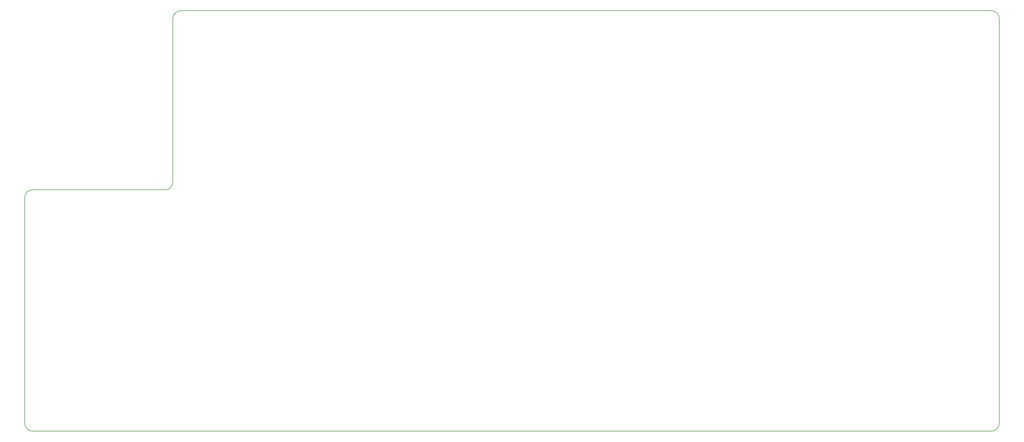
<source format=gm1>
G04 #@! TF.GenerationSoftware,KiCad,Pcbnew,8.0.7*
G04 #@! TF.CreationDate,2025-01-27T21:14:37+01:00*
G04 #@! TF.ProjectId,Main,4d61696e-2e6b-4696-9361-645f70636258,rev?*
G04 #@! TF.SameCoordinates,Original*
G04 #@! TF.FileFunction,Profile,NP*
%FSLAX46Y46*%
G04 Gerber Fmt 4.6, Leading zero omitted, Abs format (unit mm)*
G04 Created by KiCad (PCBNEW 8.0.7) date 2025-01-27 21:14:37*
%MOMM*%
%LPD*%
G01*
G04 APERTURE LIST*
G04 #@! TA.AperFunction,Profile*
%ADD10C,0.200000*%
G04 #@! TD*
G04 APERTURE END LIST*
D10*
X368300000Y-177800000D02*
G75*
G02*
X365760000Y-180340000I-2540000J0D01*
G01*
X101600000Y-43180000D02*
X365760000Y-43180000D01*
X50800000Y-104140000D02*
X50800000Y-177800000D01*
X368300000Y-45720000D02*
X368300000Y-177800000D01*
X53340000Y-180340000D02*
G75*
G02*
X50800000Y-177800000I0J2540000D01*
G01*
X99060000Y-99060000D02*
G75*
G02*
X96520000Y-101600000I-2540000J0D01*
G01*
X53340000Y-180340000D02*
X365760000Y-180340000D01*
X53340000Y-101600000D02*
X96520000Y-101600000D01*
X50800000Y-104140000D02*
G75*
G02*
X53340000Y-101600000I2540000J0D01*
G01*
X365760000Y-43180000D02*
G75*
G02*
X368300000Y-45720000I0J-2540000D01*
G01*
X99060000Y-45720000D02*
G75*
G02*
X101600000Y-43180000I2540000J0D01*
G01*
X99060000Y-99060000D02*
X99060000Y-45720000D01*
M02*

</source>
